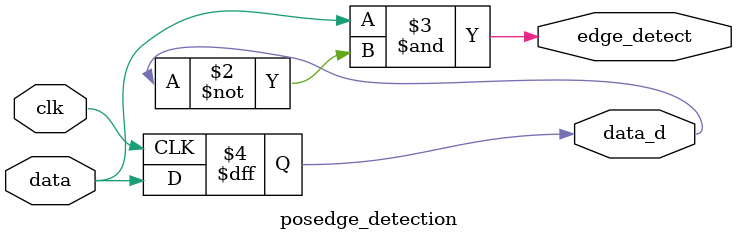
<source format=v>
module posedge_detection( clk,data,data_d,edge_detect);
input wire clk, data;
output reg edge_detect;
output reg data_d;
always @(posedge clk) begin
    data_d<=data;
end
assign edge_detect=data & ~data_d;
endmodule

</source>
